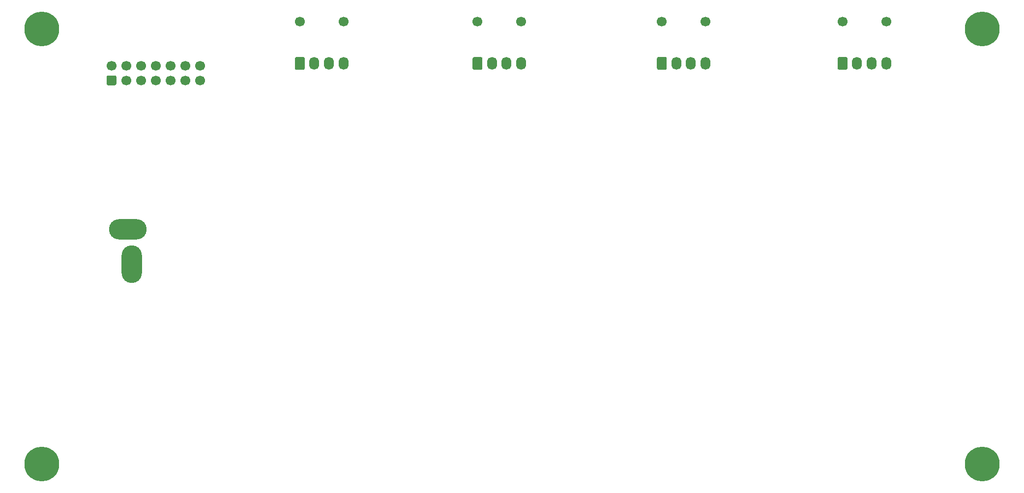
<source format=gbr>
%TF.GenerationSoftware,KiCad,Pcbnew,(5.1.8-0-10_14)*%
%TF.CreationDate,2021-05-08T00:18:42-07:00*%
%TF.ProjectId,TEC,5445432e-6b69-4636-9164-5f7063625858,A*%
%TF.SameCoordinates,Original*%
%TF.FileFunction,Soldermask,Bot*%
%TF.FilePolarity,Negative*%
%FSLAX46Y46*%
G04 Gerber Fmt 4.6, Leading zero omitted, Abs format (unit mm)*
G04 Created by KiCad (PCBNEW (5.1.8-0-10_14)) date 2021-05-08 00:18:42*
%MOMM*%
%LPD*%
G01*
G04 APERTURE LIST*
%ADD10C,1.700000*%
%ADD11O,1.700000X2.200000*%
%ADD12C,0.800000*%
%ADD13C,6.000000*%
%ADD14O,6.500000X3.500000*%
%ADD15O,3.500000X6.500000*%
G04 APERTURE END LIST*
D10*
%TO.C,J2*%
X82240000Y-76327000D03*
X79700000Y-76327000D03*
X77160000Y-76327000D03*
X74620000Y-76327000D03*
X72080000Y-76327000D03*
X69540000Y-76327000D03*
X67000000Y-76327000D03*
X82240000Y-78867000D03*
X79700000Y-78867000D03*
X77160000Y-78867000D03*
X74620000Y-78867000D03*
X72080000Y-78867000D03*
X69540000Y-78867000D03*
G36*
G01*
X67600000Y-79717000D02*
X66400000Y-79717000D01*
G75*
G02*
X66150000Y-79467000I0J250000D01*
G01*
X66150000Y-78267000D01*
G75*
G02*
X66400000Y-78017000I250000J0D01*
G01*
X67600000Y-78017000D01*
G75*
G02*
X67850000Y-78267000I0J-250000D01*
G01*
X67850000Y-79467000D01*
G75*
G02*
X67600000Y-79717000I-250000J0D01*
G01*
G37*
%TD*%
%TO.C,J6*%
X200413000Y-68766000D03*
X192913000Y-68766000D03*
D11*
X200413000Y-75946000D03*
X197913000Y-75946000D03*
X195413000Y-75946000D03*
G36*
G01*
X193513000Y-77046000D02*
X192313000Y-77046000D01*
G75*
G02*
X192063000Y-76796000I0J250000D01*
G01*
X192063000Y-75096000D01*
G75*
G02*
X192313000Y-74846000I250000J0D01*
G01*
X193513000Y-74846000D01*
G75*
G02*
X193763000Y-75096000I0J-250000D01*
G01*
X193763000Y-76796000D01*
G75*
G02*
X193513000Y-77046000I-250000J0D01*
G01*
G37*
%TD*%
D10*
%TO.C,J5*%
X169298000Y-68766000D03*
X161798000Y-68766000D03*
D11*
X169298000Y-75946000D03*
X166798000Y-75946000D03*
X164298000Y-75946000D03*
G36*
G01*
X162398000Y-77046000D02*
X161198000Y-77046000D01*
G75*
G02*
X160948000Y-76796000I0J250000D01*
G01*
X160948000Y-75096000D01*
G75*
G02*
X161198000Y-74846000I250000J0D01*
G01*
X162398000Y-74846000D01*
G75*
G02*
X162648000Y-75096000I0J-250000D01*
G01*
X162648000Y-76796000D01*
G75*
G02*
X162398000Y-77046000I-250000J0D01*
G01*
G37*
%TD*%
D10*
%TO.C,J4*%
X137548000Y-68782000D03*
X130048000Y-68782000D03*
D11*
X137548000Y-75962000D03*
X135048000Y-75962000D03*
X132548000Y-75962000D03*
G36*
G01*
X130648000Y-77062000D02*
X129448000Y-77062000D01*
G75*
G02*
X129198000Y-76812000I0J250000D01*
G01*
X129198000Y-75112000D01*
G75*
G02*
X129448000Y-74862000I250000J0D01*
G01*
X130648000Y-74862000D01*
G75*
G02*
X130898000Y-75112000I0J-250000D01*
G01*
X130898000Y-76812000D01*
G75*
G02*
X130648000Y-77062000I-250000J0D01*
G01*
G37*
%TD*%
D12*
%TO.C,H4*%
X218590990Y-143409010D03*
X217000000Y-142750000D03*
X215409010Y-143409010D03*
X214750000Y-145000000D03*
X215409010Y-146590990D03*
X217000000Y-147250000D03*
X218590990Y-146590990D03*
X219250000Y-145000000D03*
D13*
X217000000Y-145000000D03*
%TD*%
D12*
%TO.C,H3*%
X56590990Y-143409010D03*
X55000000Y-142750000D03*
X53409010Y-143409010D03*
X52750000Y-145000000D03*
X53409010Y-146590990D03*
X55000000Y-147250000D03*
X56590990Y-146590990D03*
X57250000Y-145000000D03*
D13*
X55000000Y-145000000D03*
%TD*%
D12*
%TO.C,H2*%
X56590990Y-68409010D03*
X55000000Y-67750000D03*
X53409010Y-68409010D03*
X52750000Y-70000000D03*
X53409010Y-71590990D03*
X55000000Y-72250000D03*
X56590990Y-71590990D03*
X57250000Y-70000000D03*
D13*
X55000000Y-70000000D03*
%TD*%
D12*
%TO.C,H1*%
X218590990Y-68409010D03*
X217000000Y-67750000D03*
X215409010Y-68409010D03*
X214750000Y-70000000D03*
X215409010Y-71590990D03*
X217000000Y-72250000D03*
X218590990Y-71590990D03*
X219250000Y-70000000D03*
D13*
X217000000Y-70000000D03*
%TD*%
D10*
%TO.C,J3*%
X106941000Y-68782000D03*
X99441000Y-68782000D03*
D11*
X106941000Y-75962000D03*
X104441000Y-75962000D03*
X101941000Y-75962000D03*
G36*
G01*
X100041000Y-77062000D02*
X98841000Y-77062000D01*
G75*
G02*
X98591000Y-76812000I0J250000D01*
G01*
X98591000Y-75112000D01*
G75*
G02*
X98841000Y-74862000I250000J0D01*
G01*
X100041000Y-74862000D01*
G75*
G02*
X100291000Y-75112000I0J-250000D01*
G01*
X100291000Y-76812000D01*
G75*
G02*
X100041000Y-77062000I-250000J0D01*
G01*
G37*
%TD*%
D14*
%TO.C,J1*%
X69850000Y-104530400D03*
D15*
X70485000Y-110561000D03*
%TD*%
M02*

</source>
